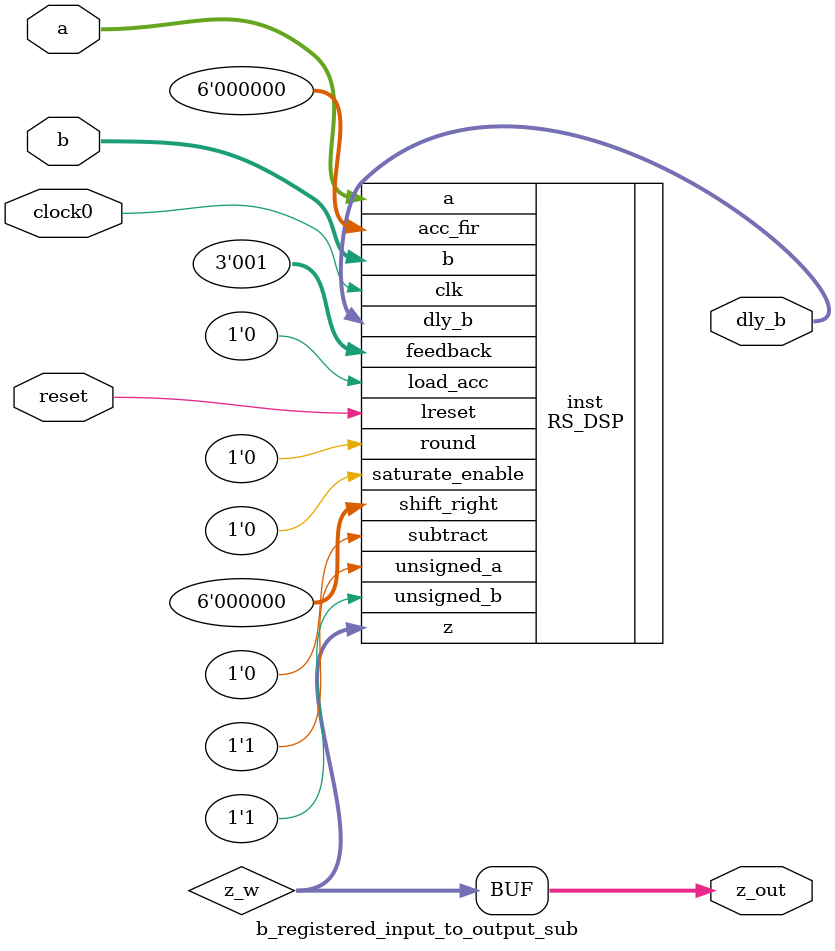
<source format=v>
`define B_REGISTERED_INPUT_TO_OUTPUT 1

module b_registered_input_to_output (
    input  wire [                       19:0] a    ,
    input  wire [                       17:0] b    ,
    input  wire                               clock0, reset,
    output wire [                       17:0] dly_b,
    output wire [                       37:0] z_out,
    input       [$clog2(`B_REGISTERED_INPUT_TO_OUTPUT)-1:0] id
);

    reg     [19:0] a_Inst    [`B_REGISTERED_INPUT_TO_OUTPUT-1:0];
    reg     [17:0] b_Inst    [`B_REGISTERED_INPUT_TO_OUTPUT-1:0];
    wire    [17:0] dly_b_Inst[`B_REGISTERED_INPUT_TO_OUTPUT-1:0];
    wire    [37:0] z_out_Inst[`B_REGISTERED_INPUT_TO_OUTPUT-1:0];
    integer        j                              ;
    genvar      i                              ;

generate
  for (i = 0; i < `B_REGISTERED_INPUT_TO_OUTPUT; i=i+1) begin
    b_registered_input_to_output_sub b_registered_input_to_output_sub (
      .clock0  (clock0    ),
      .reset(reset        ),
      .a    (a_Inst[i]    ),
      .b    (b_Inst[i]    ),
      .dly_b(dly_b_Inst[i]),
      .z_out(z_out_Inst[i])
    );
  end
endgenerate

always @(*) begin
    for (j = 0; j < `B_REGISTERED_INPUT_TO_OUTPUT; j=j+1) begin
        a_Inst[j]       = 'd0;
        b_Inst[j]       = 'd0;
    end
    a_Inst[id]       = a;
    b_Inst[id]       = b;

end

assign z_out = z_out_Inst[id];
assign dly_b = dly_b_Inst[id];

endmodule

module b_registered_input_to_output_sub (
	input  wire [19:0] a,
  input  wire [17:0] b,
	input  wire clock0, reset,
  output wire [17:0] dly_b,
  output wire [37:0] z_out
);

  parameter [0:83] MODE_BITS = 84'd1; 
  wire [37:0] z_w;

	RS_DSP #(.MODE_BITS(MODE_BITS)) 
    inst(.a(a), .b(b), .acc_fir(6'd0), .z(z_w), .dly_b(dly_b), .clk(clock0), 
    .lreset(reset) , .feedback(3'd1), .load_acc(1'b0),
    .unsigned_a(1'b1), .unsigned_b(1'b1), .saturate_enable(1'b0), .shift_right(6'b0),
    .round(1'b0), .subtract(1'b0)
	);

  assign z_out = z_w;

endmodule
</source>
